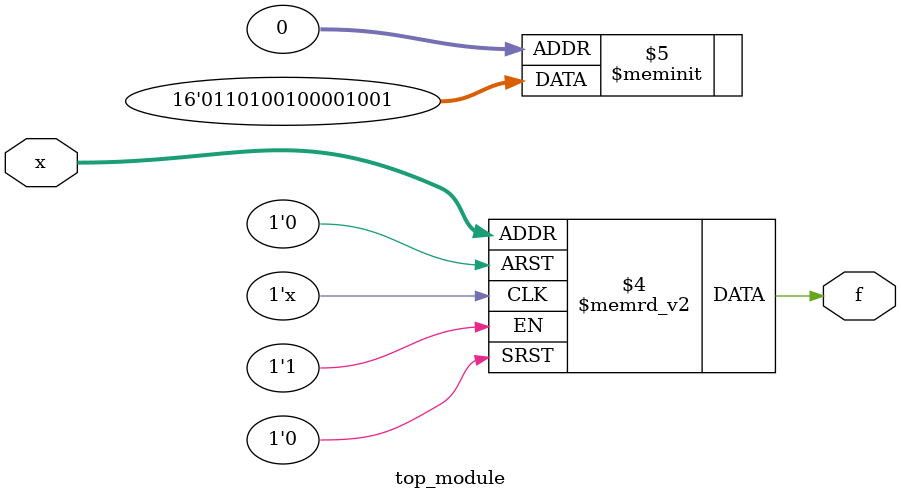
<source format=sv>
module top_module (
	input [4:1] x,
	output logic f
);

always_comb begin
    case (x)
        4'b0000: f = 1'b1; // 00
        4'b0001: f = 1'b0; // 01
        4'b0011: f = 1'b1; // 11
        4'b0010: f = 1'b0; // 10
        4'b0110: f = 1'b0; // 0110
        4'b0111: f = 1'b0; // 0111
        4'b0101: f = 1'b0; // 0101
        4'b0100: f = 1'b0; // 0100
        4'b1100: f = 1'b0; // 1100
        4'b1101: f = 1'b1; // 1101
        4'b1111: f = 1'b0; // 1111
        4'b1110: f = 1'b1; // 1110
        4'b1010: f = 1'b0; // 1010
        4'b1011: f = 1'b1; // 1011
        4'b1001: f = 1'b0; // 1001
        4'b1000: f = 1'b1; // 1000
        default: f = 1'b0;
    endcase
end

endmodule

</source>
